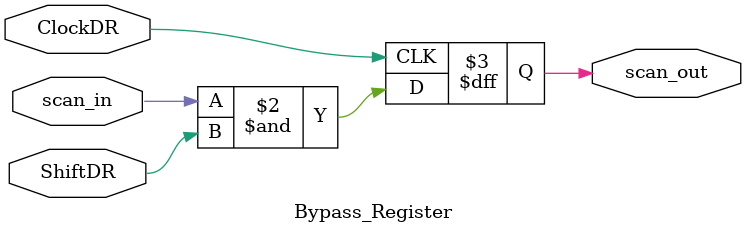
<source format=sv>
/********************************************************************
*																	*
*	Bypass_Register:												*
*																	*
*	 																*
*	 																*
*	 																*
*	 																*
*	 																*
*	 																*
*	 																*
*																	*
*																	*
********************************************************************/
module  Bypass_Register(scan_in, scan_out, ClockDR, ShiftDR);
input scan_in; 
input ClockDR;
input ShiftDR; 
output reg scan_out;

always @ (posedge ClockDR) begin
	scan_out <= scan_in & ShiftDR;
end
endmodule 
</source>
